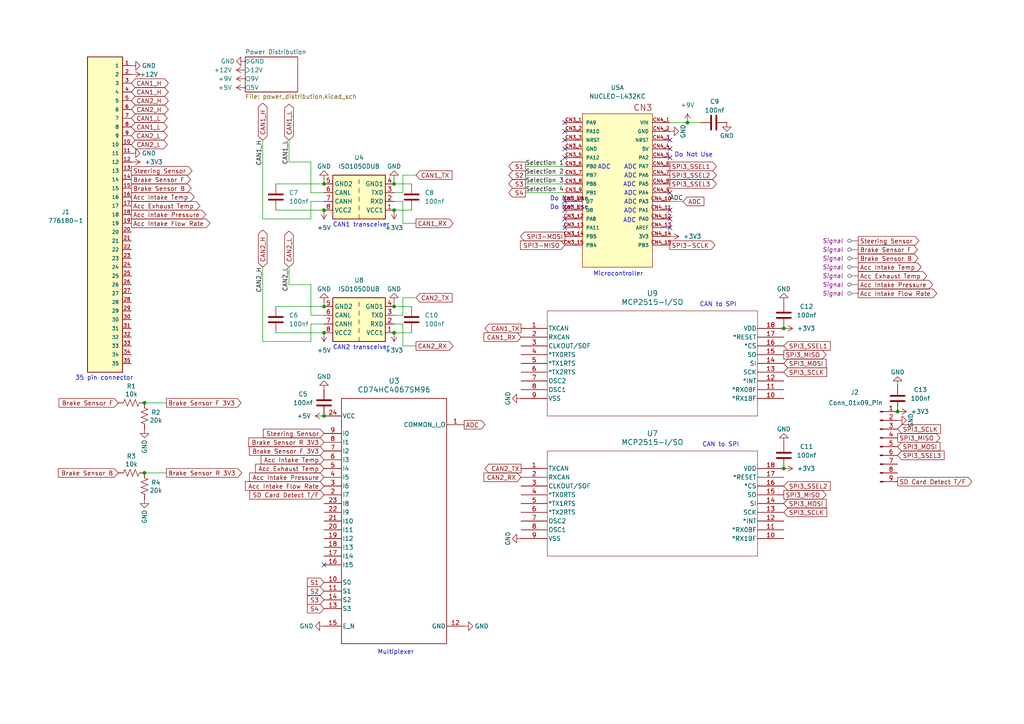
<source format=kicad_sch>
(kicad_sch (version 20231120) (generator "eeschema") (generator_version "8.0")
  (paper "A4")
  (title_block (title "Telemetry Board") (date "2024-10-24") (rev "1.0"))
  (lib_symbols
    (symbol "1FS_2_Global_Symbol_Library:776180-1" (pin_names (offset 1.016))
      (property "Reference" "J" (at -5.0846 43.9815 0))
      (property "Value" "776180-1" (at -5.3391 -50.5938 0))
      (symbol "776180-1_0_0"
        (rectangle (start -5.08 -48.26) (end 5.08 43.18) (stroke (width 0.254)) (fill (type background)))
        (pin passive line (at 7.62 40.64 180) (length 2.54) (name "1") (number "1"))
        (pin passive line (at 7.62 17.78 180) (length 2.54) (name "10") (number "10"))
        (pin passive line (at 7.62 15.24 180) (length 2.54) (name "11") (number "11"))
        (pin passive line (at 7.62 12.7 180) (length 2.54) (name "12") (number "12"))
        (pin passive line (at 7.62 10.16 180) (length 2.54) (name "13") (number "13"))
        (pin passive line (at 7.62 7.62 180) (length 2.54) (name "14") (number "14"))
        (pin passive line (at 7.62 5.08 180) (length 2.54) (name "15") (number "15"))
        (pin passive line (at 7.62 2.54 180) (length 2.54) (name "16") (number "16"))
        (pin passive line (at 7.62 0 180) (length 2.54) (name "17") (number "17"))
        (pin passive line (at 7.62 -2.54 180) (length 2.54) (name "18") (number "18"))
        (pin passive line (at 7.62 -5.08 180) (length 2.54) (name "19") (number "19"))
        (pin passive line (at 7.62 38.1 180) (length 2.54) (name "2") (number "2"))
        (pin passive line (at 7.62 -7.62 180) (length 2.54) (name "20") (number "20"))
        (pin passive line (at 7.62 -10.16 180) (length 2.54) (name "21") (number "21"))
        (pin passive line (at 7.62 -12.7 180) (length 2.54) (name "22") (number "22"))
        (pin passive line (at 7.62 -15.24 180) (length 2.54) (name "23") (number "23"))
        (pin passive line (at 7.62 -17.78 180) (length 2.54) (name "24") (number "24"))
        (pin passive line (at 7.62 -20.32 180) (length 2.54) (name "25") (number "25"))
        (pin passive line (at 7.62 -22.86 180) (length 2.54) (name "26") (number "26"))
        (pin passive line (at 7.62 -25.4 180) (length 2.54) (name "27") (number "27"))
        (pin passive line (at 7.62 -27.94 180) (length 2.54) (name "28") (number "28"))
        (pin passive line (at 7.62 -30.48 180) (length 2.54) (name "29") (number "29"))
        (pin passive line (at 7.62 35.56 180) (length 2.54) (name "3") (number "3"))
        (pin passive line (at 7.62 -33.02 180) (length 2.54) (name "30") (number "30"))
        (pin passive line (at 7.62 -35.56 180) (length 2.54) (name "31") (number "31"))
        (pin passive line (at 7.62 -38.1 180) (length 2.54) (name "32") (number "32"))
        (pin passive line (at 7.62 -40.64 180) (length 2.54) (name "33") (number "33"))
        (pin passive line (at 7.62 -43.18 180) (length 2.54) (name "34") (number "34"))
        (pin passive line (at 7.62 -45.72 180) (length 2.54) (name "35") (number "35"))
        (pin passive line (at 7.62 33.02 180) (length 2.54) (name "4") (number "4"))
        (pin passive line (at 7.62 30.48 180) (length 2.54) (name "5") (number "5"))
        (pin passive line (at 7.62 27.94 180) (length 2.54) (name "6") (number "6"))
        (pin passive line (at 7.62 25.4 180) (length 2.54) (name "7") (number "7"))
        (pin passive line (at 7.62 22.86 180) (length 2.54) (name "8") (number "8"))
        (pin passive line (at 7.62 20.32 180) (length 2.54) (name "9") (number "9"))
      )
    )
    (symbol "1FS_2_Global_Symbol_Library:CD74HC4067SM96" (pin_names (offset 0.254))
      (property "Reference" "U" (at 0 2.54 0))
      (property "Value" "CD74HC4067SM96" (at 0 0 0))
      (symbol "CD74HC4067SM96_0_1"
        (polyline (pts (xy -15.24 -35.56) (xy 15.24 -35.56)) (stroke (width 0.2032)))
        (polyline (pts (xy -15.24 35.56) (xy -15.24 -35.56)) (stroke (width 0.2032)))
        (polyline (pts (xy 15.24 -35.56) (xy 15.24 35.56)) (stroke (width 0.2032)))
        (polyline (pts (xy 15.24 35.56) (xy -15.24 35.56)) (stroke (width 0.2032)))
        (pin bidirectional line (at 20.32 27.94 180) (length 5.08) (name "COMMON_I_O") (number "1"))
        (pin input line (at -20.32 -17.78 0) (length 5.08) (name "S0") (number "10"))
        (pin input line (at -20.32 -20.32 0) (length 5.08) (name "S1") (number "11"))
        (pin power_in line (at 20.32 -30.48 180) (length 5.08) (name "GND") (number "12"))
        (pin input line (at -20.32 -25.4 0) (length 5.08) (name "S3") (number "13"))
        (pin input line (at -20.32 -22.86 0) (length 5.08) (name "S2") (number "14"))
        (pin input line (at -20.32 -30.48 0) (length 5.08) (name "E_N") (number "15"))
        (pin input line (at -20.32 -12.7 0) (length 5.08) (name "I15") (number "16"))
        (pin input line (at -20.32 -10.16 0) (length 5.08) (name "I14") (number "17"))
        (pin input line (at -20.32 -7.62 0) (length 5.08) (name "I13") (number "18"))
        (pin input line (at -20.32 -5.08 0) (length 5.08) (name "I12") (number "19"))
        (pin input line (at -20.32 7.62 0) (length 5.08) (name "I7") (number "2"))
        (pin input line (at -20.32 -2.54 0) (length 5.08) (name "I11") (number "20"))
        (pin input line (at -20.32 0 0) (length 5.08) (name "I10") (number "21"))
        (pin input line (at -20.32 2.54 0) (length 5.08) (name "I9") (number "22"))
        (pin input line (at -20.32 5.08 0) (length 5.08) (name "I8") (number "23"))
        (pin power_in line (at -20.32 30.48 0) (length 5.08) (name "VCC") (number "24"))
        (pin input line (at -20.32 10.16 0) (length 5.08) (name "I6") (number "3"))
        (pin input line (at -20.32 12.7 0) (length 5.08) (name "I5") (number "4"))
        (pin input line (at -20.32 15.24 0) (length 5.08) (name "I4") (number "5"))
        (pin input line (at -20.32 17.78 0) (length 5.08) (name "I3") (number "6"))
        (pin input line (at -20.32 20.32 0) (length 5.08) (name "I2") (number "7"))
        (pin input line (at -20.32 22.86 0) (length 5.08) (name "I1") (number "8"))
        (pin input line (at -20.32 25.4 0) (length 5.08) (name "I0") (number "9"))
      )
    )
    (symbol "1_ACC_BOARD:NUCLEO-L432KC" (pin_names (offset 1.016))
      (property "Reference" "U" (at 10.16 21.082 0))
      (property "Value" "NUCLEO-L432KC" (at -7.62 -25.4 0))
      (symbol "NUCLEO-L432KC_1_0"
        (rectangle (start -10.16 17.78) (end 10.16 -26.67) (stroke (width 0.1524)) (fill (type background)))
        (text "CN3" (at 10.16 18.542 0) (effects (font (size 1.778 1.778)) (justify right bottom)))
        (pin bidirectional line (at -15.24 15.24 0) (length 5.08) (name "PA9") (number "CN3_1"))
        (pin bidirectional line (at -15.24 -12.7 0) (length 5.08) (name "PA8") (number "CN3_12"))
        (pin bidirectional line (at -15.24 -15.24 0) (length 5.08) (name "PA11") (number "CN3_13"))
        (pin bidirectional line (at -15.24 -17.78 0) (length 5.08) (name "PB5") (number "CN3_14"))
        (pin bidirectional line (at -15.24 -20.32 0) (length 5.08) (name "PB4") (number "CN3_15"))
        (pin bidirectional line (at -15.24 12.7 0) (length 5.08) (name "PA10") (number "CN3_2"))
        (pin bidirectional line (at -15.24 5.08 0) (length 5.08) (name "PA12") (number "CN3_5"))
        (pin bidirectional line (at -15.24 2.54 0) (length 5.08) (name "PB0") (number "CN3_6"))
        (pin bidirectional line (at -15.24 0 0) (length 5.08) (name "PB7") (number "CN3_7"))
        (pin bidirectional line (at -15.24 -2.54 0) (length 5.08) (name "PB6") (number "CN3_8"))
        (pin bidirectional line (at -15.24 -5.08 0) (length 5.08) (name "PB1") (number "CN3_9"))
      )
      (symbol "NUCLEO-L432KC_1_1"
        (pin bidirectional line (at -15.24 -7.62 0) (length 5.08) (name "D7") (number "CN3_10"))
        (pin bidirectional line (at -15.24 -10.16 0) (length 5.08) (name "D8") (number "CN3_11"))
        (pin bidirectional line (at -15.24 10.16 0) (length 5.08) (name "NRST") (number "CN3_3"))
        (pin power_in line (at -15.24 7.62 0) (length 5.08) (name "GND") (number "CN3_4"))
        (pin power_in line (at 15.24 15.24 180) (length 5.08) (name "VIN") (number "CN4_1"))
        (pin bidirectional line (at 15.24 -7.62 180) (length 5.08) (name "PA3") (number "CN4_10"))
        (pin bidirectional line (at 15.24 -10.16 180) (length 5.08) (name "PA1") (number "CN4_11"))
        (pin bidirectional line (at 15.24 -12.7 180) (length 5.08) (name "PA0") (number "CN4_12"))
        (pin bidirectional line (at 15.24 -15.24 180) (length 5.08) (name "AREF") (number "CN4_13"))
        (pin power_out line (at 15.24 -17.78 180) (length 5.08) (name "3V3") (number "CN4_14"))
        (pin bidirectional line (at 15.24 -20.32 180) (length 5.08) (name "PB3") (number "CN4_15"))
        (pin power_in line (at 15.24 12.7 180) (length 5.08) (name "GND") (number "CN4_2"))
        (pin bidirectional line (at 15.24 10.16 180) (length 5.08) (name "NRST") (number "CN4_3"))
        (pin power_out line (at 15.24 7.62 180) (length 5.08) (name "5V") (number "CN4_4"))
        (pin bidirectional line (at 15.24 5.08 180) (length 5.08) (name "PA2") (number "CN4_5"))
        (pin bidirectional line (at 15.24 2.54 180) (length 5.08) (name "PA7") (number "CN4_6"))
        (pin bidirectional line (at 15.24 0 180) (length 5.08) (name "PA6") (number "CN4_7"))
        (pin bidirectional line (at 15.24 -2.54 180) (length 5.08) (name "PA5") (number "CN4_8"))
        (pin bidirectional line (at 15.24 -5.08 180) (length 5.08) (name "PA4") (number "CN4_9"))
      )
      (symbol "NUCLEO-L432KC_2_0"
        (rectangle (start -10.16 -17.78) (end 10.16 17.78) (stroke (width 0.1524)) (fill (type background)))
        (text "CN4" (at -10.16 18.542 0) (effects (font (size 1.778 1.778)) (justify left bottom)))
        (pin input line (at -15.24 7.62 0) (length 5.08) (name "VIN") (number "CN4_1"))
        (pin bidirectional line (at -15.24 -10.16 0) (length 5.08) (name "PA3") (number "CN4_10"))
        (pin bidirectional line (at -15.24 -5.08 0) (length 5.08) (name "PA1") (number "CN4_11"))
        (pin bidirectional line (at -15.24 -2.54 0) (length 5.08) (name "PA0") (number "CN4_12"))
        (pin bidirectional line (at 15.24 7.62 180) (length 5.08) (name "AREF") (number "CN4_13"))
        (pin power_in line (at 15.24 12.7 180) (length 5.08) (name "+3V3") (number "CN4_14"))
        (pin bidirectional line (at 15.24 2.54 180) (length 5.08) (name "PB3") (number "CN4_15"))
        (pin power_in line (at 15.24 -15.24 180) (length 5.08) (name "GND_CN4") (number "CN4_2"))
        (pin bidirectional line (at -15.24 2.54 0) (length 5.08) (name "NRST_CN4") (number "CN4_3"))
        (pin power_in line (at 15.24 15.24 180) (length 5.08) (name "+5V") (number "CN4_4"))
        (pin bidirectional line (at -15.24 -7.62 0) (length 5.08) (name "PA2") (number "CN4_5"))
        (pin bidirectional line (at 15.24 -10.16 180) (length 5.08) (name "PA7") (number "CN4_6"))
        (pin bidirectional line (at 15.24 -7.62 180) (length 5.08) (name "PA6") (number "CN4_7"))
        (pin bidirectional line (at 15.24 -5.08 180) (length 5.08) (name "PA5") (number "CN4_8"))
        (pin bidirectional line (at 15.24 -2.54 180) (length 5.08) (name "PA4") (number "CN4_9"))
      )
      (symbol "NUCLEO-L432KC_2_1"
        (pin bidirectional line (at 17.78 6.35 180) (length 5.08) (name "PA2") (number "-UB"))
      )
    )
    (symbol "Connector:Conn_01x09_Pin" (pin_names (offset 1.016) hide)
      (property "Reference" "J" (at 0 12.7 0))
      (property "Value" "Conn_01x09_Pin" (at 0 -12.7 0))
      (symbol "Conn_01x09_Pin_1_1"
        (polyline (pts (xy 1.27 -10.16) (xy 0.8636 -10.16)) (stroke (width 0.1524)))
        (polyline (pts (xy 1.27 -7.62) (xy 0.8636 -7.62)) (stroke (width 0.1524)))
        (polyline (pts (xy 1.27 -5.08) (xy 0.8636 -5.08)) (stroke (width 0.1524)))
        (polyline (pts (xy 1.27 -2.54) (xy 0.8636 -2.54)) (stroke (width 0.1524)))
        (polyline (pts (xy 1.27 0) (xy 0.8636 0)) (stroke (width 0.1524)))
        (polyline (pts (xy 1.27 2.54) (xy 0.8636 2.54)) (stroke (width 0.1524)))
        (polyline (pts (xy 1.27 5.08) (xy 0.8636 5.08)) (stroke (width 0.1524)))
        (polyline (pts (xy 1.27 7.62) (xy 0.8636 7.62)) (stroke (width 0.1524)))
        (polyline (pts (xy 1.27 10.16) (xy 0.8636 10.16)) (stroke (width 0.1524)))
        (rectangle (start 0.8636 -10.033) (end 0 -10.287) (stroke (width 0.1524)) (fill (type outline)))
        (rectangle (start 0.8636 -7.493) (end 0 -7.747) (stroke (width 0.1524)) (fill (type outline)))
        (rectangle (start 0.8636 -4.953) (end 0 -5.207) (stroke (width 0.1524)) (fill (type outline)))
        (rectangle (start 0.8636 -2.413) (end 0 -2.667) (stroke (width 0.1524)) (fill (type outline)))
        (rectangle (start 0.8636 0.127) (end 0 -0.127) (stroke (width 0.1524)) (fill (type outline)))
        (rectangle (start 0.8636 2.667) (end 0 2.413) (stroke (width 0.1524)) (fill (type outline)))
        (rectangle (start 0.8636 5.207) (end 0 4.953) (stroke (width 0.1524)) (fill (type outline)))
        (rectangle (start 0.8636 7.747) (end 0 7.493) (stroke (width 0.1524)) (fill (type outline)))
        (rectangle (start 0.8636 10.287) (end 0 10.033) (stroke (width 0.1524)) (fill (type outline)))
        (pin passive line (at 5.08 10.16 180) (length 3.81) (name "Pin_1") (number "1"))
        (pin passive line (at 5.08 7.62 180) (length 3.81) (name "Pin_2") (number "2"))
        (pin passive line (at 5.08 5.08 180) (length 3.81) (name "Pin_3") (number "3"))
        (pin passive line (at 5.08 2.54 180) (length 3.81) (name "Pin_4") (number "4"))
        (pin passive line (at 5.08 0 180) (length 3.81) (name "Pin_5") (number "5"))
        (pin passive line (at 5.08 -2.54 180) (length 3.81) (name "Pin_6") (number "6"))
        (pin passive line (at 5.08 -5.08 180) (length 3.81) (name "Pin_7") (number "7"))
        (pin passive line (at 5.08 -7.62 180) (length 3.81) (name "Pin_8") (number "8"))
        (pin passive line (at 5.08 -10.16 180) (length 3.81) (name "Pin_9") (number "9"))
      )
    )
    (symbol "Device:C" (pin_numbers hide) (pin_names (offset 0.254))
      (property "Reference" "C" (at 0.635 2.54 0))
      (property "Value" "C" (at 0.635 -2.54 0))
      (symbol "C_0_1"
        (polyline (pts (xy -2.032 -0.762) (xy 2.032 -0.762)) (stroke (width 0.508)))
        (polyline (pts (xy -2.032 0.762) (xy 2.032 0.762)) (stroke (width 0.508)))
      )
      (symbol "C_1_1"
        (pin passive line (at 0 3.81 270) (length 2.794) (name "~") (number "1"))
        (pin passive line (at 0 -3.81 90) (length 2.794) (name "~") (number "2"))
      )
    )
    (symbol "Device:R_US" (pin_numbers hide) (pin_names (offset 0))
      (property "Reference" "R" (at 2.54 0 90))
      (property "Value" "R_US" (at -2.54 0 90))
      (symbol "R_US_0_1"
        (polyline (pts (xy 0 -2.286) (xy 0 -2.54)))
        (polyline (pts (xy 0 2.286) (xy 0 2.54)))
        (polyline (pts (xy 0 -0.762) (xy 1.016 -1.143) (xy 0 -1.524) (xy -1.016 -1.905) (xy 0 -2.286)))
        (polyline (pts (xy 0 0.762) (xy 1.016 0.381) (xy 0 0) (xy -1.016 -0.381) (xy 0 -0.762)))
        (polyline (pts (xy 0 2.286) (xy 1.016 1.905) (xy 0 1.524) (xy -1.016 1.143) (xy 0 0.762)))
      )
      (symbol "R_US_1_1"
        (pin passive line (at 0 3.81 270) (length 1.27) (name "~") (number "1"))
        (pin passive line (at 0 -3.81 90) (length 1.27) (name "~") (number "2"))
      )
    )
    (symbol "FS_3_Global_Symbol_Library:MCP2515-I_SO" (pin_names (offset 0.254))
      (property "Reference" "U" (at 38.1 10.16 0))
      (property "Value" "MCP2515-I/SO" (at 38.1 7.62 0))
      (symbol "MCP2515-I_SO_0_1"
        (polyline (pts (xy 7.62 -25.4) (xy 68.58 -25.4)) (stroke (width 0.127)))
        (polyline (pts (xy 7.62 5.08) (xy 7.62 -25.4)) (stroke (width 0.127)))
        (polyline (pts (xy 68.58 -25.4) (xy 68.58 5.08)) (stroke (width 0.127)))
        (polyline (pts (xy 68.58 5.08) (xy 7.62 5.08)) (stroke (width 0.127)))
        (pin unspecified line (at 0 0 0) (length 7.62) (name "TXCAN") (number "1"))
        (pin unspecified line (at 76.2 -20.32 180) (length 7.62) (name "*RX1BF") (number "10"))
        (pin unspecified line (at 76.2 -17.78 180) (length 7.62) (name "*RX0BF") (number "11"))
        (pin unspecified line (at 76.2 -15.24 180) (length 7.62) (name "*INT") (number "12"))
        (pin unspecified line (at 76.2 -12.7 180) (length 7.62) (name "SCK") (number "13"))
        (pin unspecified line (at 76.2 -10.16 180) (length 7.62) (name "SI") (number "14"))
        (pin unspecified line (at 76.2 -7.62 180) (length 7.62) (name "SO") (number "15"))
        (pin unspecified line (at 76.2 -5.08 180) (length 7.62) (name "*CS") (number "16"))
        (pin unspecified line (at 76.2 -2.54 180) (length 7.62) (name "*RESET") (number "17"))
        (pin unspecified line (at 76.2 0 180) (length 7.62) (name "VDD") (number "18"))
        (pin unspecified line (at 0 -2.54 0) (length 7.62) (name "RXCAN") (number "2"))
        (pin unspecified line (at 0 -5.08 0) (length 7.62) (name "CLKOUT/SOF") (number "3"))
        (pin unspecified line (at 0 -7.62 0) (length 7.62) (name "*TX0RTS") (number "4"))
        (pin unspecified line (at 0 -10.16 0) (length 7.62) (name "*TX1RTS") (number "5"))
        (pin unspecified line (at 0 -12.7 0) (length 7.62) (name "*TX2RTS") (number "6"))
        (pin unspecified line (at 0 -15.24 0) (length 7.62) (name "OSC2") (number "7"))
        (pin unspecified line (at 0 -17.78 0) (length 7.62) (name "OSC1") (number "8"))
        (pin unspecified line (at 0 -20.32 0) (length 7.62) (name "VSS") (number "9"))
      )
    )
    (symbol "Interface_CAN_LIN:ISO1050DUB"
      (property "Reference" "U" (at -6.35 6.35 0))
      (property "Value" "ISO1050DUB" (at 2.54 6.35 0))
      (symbol "ISO1050DUB_0_1"
        (rectangle (start -7.62 5.08) (end 7.62 -7.62) (stroke (width 0.254)) (fill (type background)))
        (polyline (pts (xy 0 -5.08) (xy 0 -6.35)))
        (polyline (pts (xy 0 -2.54) (xy 0 -3.81)))
        (polyline (pts (xy 0 0) (xy 0 -1.27)))
        (polyline (pts (xy 0 2.54) (xy 0 1.27)))
        (polyline (pts (xy 0 5.08) (xy 0 3.81)))
      )
      (symbol "ISO1050DUB_1_1"
        (pin power_in line (at -10.16 2.54 0) (length 2.54) (name "VCC1") (number "1"))
        (pin output line (at -10.16 0 0) (length 2.54) (name "RXD") (number "2"))
        (pin input line (at -10.16 -2.54 0) (length 2.54) (name "TXD") (number "3"))
        (pin power_in line (at -10.16 -5.08 0) (length 2.54) (name "GND1") (number "4"))
        (pin power_in line (at 10.16 -5.08 180) (length 2.54) (name "GND2") (number "5"))
        (pin bidirectional line (at 10.16 -2.54 180) (length 2.54) (name "CANL") (number "6"))
        (pin bidirectional line (at 10.16 0 180) (length 2.54) (name "CANH") (number "7"))
        (pin power_in line (at 10.16 2.54 180) (length 2.54) (name "VCC2") (number "8"))
      )
    )
    (symbol "power:+12V" (power) (pin_numbers hide) (pin_names (offset 0) hide)
      (property "Value" "+12V" (at 0 3.556 0))
      (symbol "+12V_0_1"
        (polyline (pts (xy -0.762 1.27) (xy 0 2.54)))
        (polyline (pts (xy 0 0) (xy 0 2.54)))
        (polyline (pts (xy 0 2.54) (xy 0.762 1.27)))
      )
      (symbol "+12V_1_1"
        (pin power_in line (at 0 0 90) (length 0) (name "~") (number "1"))
      )
    )
    (symbol "power:+3V3" (power) (pin_numbers hide) (pin_names (offset 0) hide)
      (property "Value" "+3V3" (at 0 3.556 0))
      (symbol "+3V3_0_1"
        (polyline (pts (xy -0.762 1.27) (xy 0 2.54)))
        (polyline (pts (xy 0 0) (xy 0 2.54)))
        (polyline (pts (xy 0 2.54) (xy 0.762 1.27)))
      )
      (symbol "+3V3_1_1"
        (pin power_in line (at 0 0 90) (length 0) (name "~") (number "1"))
      )
    )
    (symbol "power:+5V" (power) (pin_numbers hide) (pin_names (offset 0) hide)
      (property "Value" "+5V" (at 0 3.556 0))
      (symbol "+5V_0_1"
        (polyline (pts (xy -0.762 1.27) (xy 0 2.54)))
        (polyline (pts (xy 0 0) (xy 0 2.54)))
        (polyline (pts (xy 0 2.54) (xy 0.762 1.27)))
      )
      (symbol "+5V_1_1"
        (pin power_in line (at 0 0 90) (length 0) (name "~") (number "1"))
      )
    )
    (symbol "power:+9V" (power) (pin_numbers hide) (pin_names (offset 0) hide)
      (property "Value" "+9V" (at 0 3.556 0))
      (symbol "+9V_0_1"
        (polyline (pts (xy -0.762 1.27) (xy 0 2.54)))
        (polyline (pts (xy 0 0) (xy 0 2.54)))
        (polyline (pts (xy 0 2.54) (xy 0.762 1.27)))
      )
      (symbol "+9V_1_1"
        (pin power_in line (at 0 0 90) (length 0) (name "~") (number "1"))
      )
    )
    (symbol "power:GND" (power) (pin_numbers hide) (pin_names (offset 0) hide)
      (property "Value" "GND" (at 0 -3.81 0))
      (symbol "GND_0_1"
        (polyline (pts (xy 0 0) (xy 0 -1.27) (xy 1.27 -1.27) (xy 0 -2.54) (xy -1.27 -1.27) (xy 0 -1.27)))
      )
      (symbol "GND_1_1"
        (pin power_in line (at 0 0 270) (length 0) (name "~") (number "1"))
      )
    )
  )
  (junction (at 227.33 135.89))
  (junction (at 93.98 88.9))
  (junction (at 41.91 116.84))
  (junction (at 93.98 60.96))
  (junction (at 41.91 137.16))
  (junction (at 114.3 53.34))
  (junction (at 93.98 120.65))
  (junction (at 114.3 60.96))
  (junction (at 93.98 53.34))
  (junction (at 93.98 96.52))
  (junction (at 114.3 96.52))
  (junction (at 114.3 88.9))
  (junction (at 227.33 95.25))
  (junction (at 199.39 35.56))
  (junction (at 260.35 119.38))
  (no_connect (at 194.31 43.18))
  (no_connect (at 163.83 58.42))
  (no_connect (at 163.83 43.18))
  (no_connect (at 163.83 63.5))
  (no_connect (at 163.83 35.56))
  (no_connect (at 194.31 66.04))
  (no_connect (at 163.83 38.1))
  (no_connect (at 194.31 40.64))
  (no_connect (at 194.31 60.96))
  (no_connect (at 194.31 55.88))
  (no_connect (at 163.83 45.72))
  (no_connect (at 163.83 40.64))
  (no_connect (at 194.31 63.5))
  (no_connect (at 194.31 45.72))
  (no_connect (at 163.83 60.96))
  (no_connect (at 93.98 163.83))
  (no_connect (at 163.83 66.04))
  (wire (pts (xy 194.31 58.42) (xy 198.12 58.42)))
  (wire (pts (xy 114.3 53.34) (xy 119.38 53.34)))
  (wire (pts (xy 48.26 137.16) (xy 41.91 137.16)))
  (wire (pts (xy 116.84 50.8) (xy 120.65 50.8)))
  (wire (pts (xy 90.17 82.55) (xy 83.82 82.55)))
  (wire (pts (xy 90.17 46.99) (xy 83.82 46.99)))
  (wire (pts (xy 116.84 55.88) (xy 116.84 50.8)))
  (wire (pts (xy 114.3 52.07) (xy 114.3 53.34)))
  (wire (pts (xy 114.3 88.9) (xy 119.38 88.9)))
  (wire (pts (xy 90.17 91.44) (xy 93.98 91.44)))
  (wire (pts (xy 76.2 40.64) (xy 76.2 63.5)))
  (wire (pts (xy 90.17 93.98) (xy 93.98 93.98)))
  (wire (pts (xy 114.3 96.52) (xy 119.38 96.52)))
  (wire (pts (xy 152.4 48.26) (xy 163.83 48.26)))
  (wire (pts (xy 203.2 35.56) (xy 199.39 35.56)))
  (wire (pts (xy 152.4 50.8) (xy 163.83 50.8)))
  (wire (pts (xy 76.2 63.5) (xy 90.17 63.5)))
  (wire (pts (xy 90.17 99.06) (xy 90.17 93.98)))
  (wire (pts (xy 116.84 64.77) (xy 120.65 64.77)))
  (wire (pts (xy 93.98 52.07) (xy 93.98 53.34)))
  (wire (pts (xy 114.3 60.96) (xy 119.38 60.96)))
  (wire (pts (xy 90.17 58.42) (xy 93.98 58.42)))
  (wire (pts (xy 48.26 116.84) (xy 41.91 116.84)))
  (wire (pts (xy 80.01 96.52) (xy 93.98 96.52)))
  (wire (pts (xy 76.2 99.06) (xy 90.17 99.06)))
  (wire (pts (xy 80.01 60.96) (xy 93.98 60.96)))
  (wire (pts (xy 116.84 91.44) (xy 116.84 86.36)))
  (wire (pts (xy 116.84 100.33) (xy 120.65 100.33)))
  (wire (pts (xy 90.17 63.5) (xy 90.17 58.42)))
  (wire (pts (xy 114.3 91.44) (xy 116.84 91.44)))
  (wire (pts (xy 194.31 35.56) (xy 199.39 35.56)))
  (wire (pts (xy 114.3 55.88) (xy 116.84 55.88)))
  (wire (pts (xy 116.84 93.98) (xy 116.84 100.33)))
  (wire (pts (xy 90.17 55.88) (xy 93.98 55.88)))
  (wire (pts (xy 90.17 82.55) (xy 90.17 91.44)))
  (wire (pts (xy 83.82 77.47) (xy 83.82 82.55)))
  (wire (pts (xy 90.17 46.99) (xy 90.17 55.88)))
  (wire (pts (xy 152.4 55.88) (xy 163.83 55.88)))
  (wire (pts (xy 76.2 77.47) (xy 76.2 99.06)))
  (wire (pts (xy 93.98 87.63) (xy 93.98 88.9)))
  (wire (pts (xy 80.01 88.9) (xy 93.98 88.9)))
  (wire (pts (xy 80.01 53.34) (xy 93.98 53.34)))
  (wire (pts (xy 114.3 87.63) (xy 114.3 88.9)))
  (wire (pts (xy 114.3 93.98) (xy 116.84 93.98)))
  (wire (pts (xy 116.84 58.42) (xy 116.84 64.77)))
  (wire (pts (xy 114.3 58.42) (xy 116.84 58.42)))
  (wire (pts (xy 152.4 53.34) (xy 163.83 53.34)))
  (wire (pts (xy 83.82 40.64) (xy 83.82 46.99)))
  (wire (pts (xy 116.84 86.36) (xy 120.65 86.36)))
  (text "1 CAN bus -> 2 CAN Busses\nSPI Connected to 2 can controllers\nhttps://ww1.microchip.com/downloads/en/DeviceDoc/MCP2515-Stand-Alone-CAN-Controller-with-SPI-20001801J.pdf\nperipheral boards being replaced with CAN (Except power and ground)\nMake a list of sensors that need to be powered by PDB\nReach out to AUTO companies for flow sensor(s)\nUpdate connector to have power(and gnd), can x2, power to peripherals (and gnd), direct inputs.\nDirect inputs go to multiplexer." (at 149.352 -9.652 0) (effects (font (size 1.27 1.27))))
  (text "Multiplexer" (at 114.808 189.23 0) (effects (font (size 1.27 1.27))))
  (text "Do Not Use\n" (at 195.58 45.72 0) (effects (font (size 1.27 1.27)) (justify left bottom)))
  (text "35 pin connector" (at 30.226 109.728 0) (effects (font (size 1.27 1.27))))
  (text "CAN1 transceiver" (at 96.52 66.04 0) (effects (font (size 1.27 1.27)) (justify left bottom)))
  (text "ADC" (at 182.626 53.594 0) (effects (font (size 1.27 1.27))))
  (text "ADC" (at 182.88 51.054 0) (effects (font (size 1.27 1.27))))
  (text "CAN2 transceiver" (at 96.52 101.6 0) (effects (font (size 1.27 1.27)) (justify left bottom)))
  (text "ADC" (at 175.26 48.514 0) (effects (font (size 1.27 1.27))))
  (text "CAN to SPI" (at 208.28 88.392 0) (effects (font (size 1.27 1.27))))
  (text "ADC" (at 182.88 48.514 0) (effects (font (size 1.27 1.27))))
  (text "CAN to SPI" (at 209.042 129.032 0) (effects (font (size 1.27 1.27))))
  (text "Do Not Use\n" (at 159.512 60.96 0) (effects (font (size 1.27 1.27)) (justify left bottom)))
  (text "ADC" (at 182.88 56.134 0) (effects (font (size 1.27 1.27))))
  (text "ADC" (at 182.88 58.674 0) (effects (font (size 1.27 1.27))))
  (text "Do Not Use\n" (at 159.512 58.42 0) (effects (font (size 1.27 1.27)) (justify left bottom)))
  (text "ADC" (at 182.626 64.008 0) (effects (font (size 1.27 1.27))))
  (text "ADC" (at 182.8354 61.2393 0) (effects (font (size 1.27 1.27))))
  (text "Microcontroller" (at 179.324 79.502 0) (effects (font (size 1.27 1.27))))
  (label "CAN1_H" (at 76.2 40.64 270))
  (label "CAN2_H" (at 76.2 77.47 270))
  (label "Selection 4" (at 152.4 55.88 0))
  (label "Selection 2" (at 152.4 50.8 0))
  (label "CAN1_L" (at 83.82 40.64 270))
  (label "Selection 3" (at 152.4 53.34 0))
  (label "CAN2_L" (at 83.82 77.47 270))
  (label "ADC" (at 198.12 58.42 180))
  (label "Selection 1" (at 152.4 48.26 0))
  (global_label "CAN2_H" (shape bidirectional) (at 76.2 77.47 90) (property "Intersheetrefs" "${INTERSHEET_REFS}" (effects (hide yes))))
  (global_label "SPI3-SCLK" (shape output) (at 194.31 71.12 0) (property "Intersheetrefs" "${INTERSHEET_REFS}" (effects (hide yes))))
  (global_label "SPI3_SSEL1" (shape output) (at 194.31 48.26 0) (property "Intersheetrefs" "${INTERSHEET_REFS}" (effects (hide yes))))
  (global_label "CAN1_L" (shape bidirectional) (at 38.1 34.29 0) (property "Intersheetrefs" "${INTERSHEET_REFS}" (effects (hide yes))))
  (global_label "SPI3_MOSI" (shape input) (at 260.35 129.54 0) (property "Intersheetrefs" "${INTERSHEET_REFS}" (effects (hide yes))))
  (global_label "Acc Exhaust Temp" (shape input) (at 93.98 135.89 180) (property "Intersheetrefs" "${INTERSHEET_REFS}" (effects (hide yes))))
  (global_label "SPI3_SCLK" (shape input) (at 260.35 124.46 0) (property "Intersheetrefs" "${INTERSHEET_REFS}" (effects (hide yes))))
  (global_label "S4" (shape output) (at 152.4 55.88 180) (property "Intersheetrefs" "${INTERSHEET_REFS}" (effects (hide yes))))
  (global_label "Acc Intake Pressure" (shape output) (at 248.92 82.55 0) (property "Intersheetrefs" "${INTERSHEET_REFS}" (effects (hide yes))))
  (global_label "Acc Intake Temp" (shape output) (at 248.92 77.47 0) (property "Intersheetrefs" "${INTERSHEET_REFS}" (effects (hide yes))))
  (global_label "CAN1_RX" (shape output) (at 120.65 64.77 0) (property "Intersheetrefs" "${INTERSHEET_REFS}" (effects (hide yes))))
  (global_label "CAN2_TX" (shape output) (at 151.13 135.89 180) (property "Intersheetrefs" "${INTERSHEET_REFS}" (effects (hide yes))))
  (global_label "SPI3_SSEL3" (shape input) (at 260.35 132.08 0) (property "Intersheetrefs" "${INTERSHEET_REFS}" (effects (hide yes))))
  (global_label "SPI3-MISO" (shape input) (at 163.83 71.12 180) (property "Intersheetrefs" "${INTERSHEET_REFS}" (effects (hide yes))))
  (global_label "Acc Intake Flow Rate" (shape output) (at 248.92 85.09 0) (property "Intersheetrefs" "${INTERSHEET_REFS}" (effects (hide yes))))
  (global_label "SPI3_SCLK" (shape input) (at 227.33 148.59 0) (property "Intersheetrefs" "${INTERSHEET_REFS}" (effects (hide yes))))
  (global_label "CAN1_L" (shape bidirectional) (at 83.82 40.64 90) (property "Intersheetrefs" "${INTERSHEET_REFS}" (effects (hide yes))))
  (global_label "Brake Sensor F" (shape output) (at 38.1 52.07 0) (property "Intersheetrefs" "${INTERSHEET_REFS}" (effects (hide yes))))
  (global_label "SPI3_MISO" (shape output) (at 227.33 143.51 0) (property "Intersheetrefs" "${INTERSHEET_REFS}" (effects (hide yes))))
  (global_label "Acc Intake Temp" (shape input) (at 93.98 133.35 180) (property "Intersheetrefs" "${INTERSHEET_REFS}" (effects (hide yes))))
  (global_label "Acc Exhaust Temp" (shape output) (at 248.92 80.01 0) (property "Intersheetrefs" "${INTERSHEET_REFS}" (effects (hide yes))))
  (global_label "SPI3_SSEL3" (shape output) (at 194.31 53.34 0) (property "Intersheetrefs" "${INTERSHEET_REFS}" (effects (hide yes))))
  (global_label "CAN2_TX" (shape input) (at 120.65 86.36 0) (property "Intersheetrefs" "${INTERSHEET_REFS}" (effects (hide yes))))
  (global_label "CAN1_TX" (shape output) (at 151.13 95.25 180) (property "Intersheetrefs" "${INTERSHEET_REFS}" (effects (hide yes))))
  (global_label "Brake Sensor F 3V3" (shape output) (at 48.26 116.84 0) (property "Intersheetrefs" "${INTERSHEET_REFS}" (effects (hide yes))))
  (global_label "SPI3_SSEL2" (shape input) (at 227.33 140.97 0) (property "Intersheetrefs" "${INTERSHEET_REFS}" (effects (hide yes))))
  (global_label "CAN1_RX" (shape input) (at 151.13 97.79 180) (property "Intersheetrefs" "${INTERSHEET_REFS}" (effects (hide yes))))
  (global_label "Steering Sensor" (shape input) (at 93.98 125.73 180) (property "Intersheetrefs" "${INTERSHEET_REFS}" (effects (hide yes))))
  (global_label "Acc Intake Pressure" (shape input) (at 93.98 138.43 180) (property "Intersheetrefs" "${INTERSHEET_REFS}" (effects (hide yes))))
  (global_label "S2" (shape output) (at 152.4 50.8 180) (property "Intersheetrefs" "${INTERSHEET_REFS}" (effects (hide yes))))
  (global_label "CAN2_L" (shape bidirectional) (at 83.82 77.47 90) (property "Intersheetrefs" "${INTERSHEET_REFS}" (effects (hide yes))))
  (global_label "CAN1_TX" (shape input) (at 120.65 50.8 0) (property "Intersheetrefs" "${INTERSHEET_REFS}" (effects (hide yes))))
  (global_label "ADC" (shape input) (at 198.12 58.42 0) (property "Intersheetrefs" "${INTERSHEET_REFS}" (effects (hide yes))))
  (global_label "SPI3-MOSI" (shape output) (at 163.83 68.58 180) (property "Intersheetrefs" "${INTERSHEET_REFS}" (effects (hide yes))))
  (global_label "CAN2_RX" (shape output) (at 120.65 100.33 0) (property "Intersheetrefs" "${INTERSHEET_REFS}" (effects (hide yes))))
  (global_label "CAN2_H" (shape bidirectional) (at 38.1 29.21 0) (property "Intersheetrefs" "${INTERSHEET_REFS}" (effects (hide yes))))
  (global_label "Acc Intake Flow Rate" (shape input) (at 93.98 140.97 180) (property "Intersheetrefs" "${INTERSHEET_REFS}" (effects (hide yes))))
  (global_label "SPI3_MISO" (shape output) (at 227.33 102.87 0) (property "Intersheetrefs" "${INTERSHEET_REFS}" (effects (hide yes))))
  (global_label "S2" (shape input) (at 93.98 171.45 180) (property "Intersheetrefs" "${INTERSHEET_REFS}" (effects (hide yes))))
  (global_label "CAN1_H" (shape bidirectional) (at 38.1 26.67 0) (property "Intersheetrefs" "${INTERSHEET_REFS}" (effects (hide yes))))
  (global_label "ADC" (shape output) (at 134.62 123.19 0) (property "Intersheetrefs" "${INTERSHEET_REFS}" (effects (hide yes))))
  (global_label "SPI3_MOSI" (shape input) (at 227.33 105.41 0) (property "Intersheetrefs" "${INTERSHEET_REFS}" (effects (hide yes))))
  (global_label "S1" (shape input) (at 93.98 168.91 180) (property "Intersheetrefs" "${INTERSHEET_REFS}" (effects (hide yes))))
  (global_label "Brake Sensor B" (shape input) (at 34.29 137.16 180) (property "Intersheetrefs" "${INTERSHEET_REFS}" (effects (hide yes))))
  (global_label "Brake Sensor F" (shape output) (at 248.92 72.39 0) (property "Intersheetrefs" "${INTERSHEET_REFS}" (effects (hide yes))))
  (global_label "SPI3_SCLK" (shape input) (at 227.33 107.95 0) (property "Intersheetrefs" "${INTERSHEET_REFS}" (effects (hide yes))))
  (global_label "CAN2_H" (shape bidirectional) (at 38.1 31.75 0) (property "Intersheetrefs" "${INTERSHEET_REFS}" (effects (hide yes))))
  (global_label "Brake Sensor F" (shape input) (at 34.29 116.84 180) (property "Intersheetrefs" "${INTERSHEET_REFS}" (effects (hide yes))))
  (global_label "CAN2_RX" (shape input) (at 151.13 138.43 180) (property "Intersheetrefs" "${INTERSHEET_REFS}" (effects (hide yes))))
  (global_label "Steering Sensor" (shape output) (at 38.1 49.53 0) (property "Intersheetrefs" "${INTERSHEET_REFS}" (effects (hide yes))))
  (global_label "SD Card Detect T{slash}F" (shape input) (at 93.98 143.51 180) (property "Intersheetrefs" "${INTERSHEET_REFS}" (effects (hide yes))))
  (global_label "Brake Sensor R 3V3" (shape output) (at 48.26 137.16 0) (property "Intersheetrefs" "${INTERSHEET_REFS}" (effects (hide yes))))
  (global_label "SPI3_SSEL2" (shape output) (at 194.31 50.8 0) (property "Intersheetrefs" "${INTERSHEET_REFS}" (effects (hide yes))))
  (global_label "SPI3_SSEL1" (shape input) (at 227.33 100.33 0) (property "Intersheetrefs" "${INTERSHEET_REFS}" (effects (hide yes))))
  (global_label "CAN1_H" (shape bidirectional) (at 38.1 24.13 0) (property "Intersheetrefs" "${INTERSHEET_REFS}" (effects (hide yes))))
  (global_label "SD Card Detect T{slash}F" (shape output) (at 260.35 139.7 0) (property "Intersheetrefs" "${INTERSHEET_REFS}" (effects (hide yes))))
  (global_label "SPI3_MISO" (shape output) (at 260.35 127 0) (property "Intersheetrefs" "${INTERSHEET_REFS}" (effects (hide yes))))
  (global_label "S3" (shape output) (at 152.4 53.34 180) (property "Intersheetrefs" "${INTERSHEET_REFS}" (effects (hide yes))))
  (global_label "CAN2_L" (shape bidirectional) (at 38.1 39.37 0) (property "Intersheetrefs" "${INTERSHEET_REFS}" (effects (hide yes))))
  (global_label "SPI3_MOSI" (shape input) (at 227.33 146.05 0) (property "Intersheetrefs" "${INTERSHEET_REFS}" (effects (hide yes))))
  (global_label "Acc Exhaust Temp" (shape output) (at 38.1 59.69 0) (property "Intersheetrefs" "${INTERSHEET_REFS}" (effects (hide yes))))
  (global_label "Acc Intake Temp" (shape output) (at 38.1 57.15 0) (property "Intersheetrefs" "${INTERSHEET_REFS}" (effects (hide yes))))
  (global_label "Steering Sensor" (shape output) (at 248.92 69.85 0) (property "Intersheetrefs" "${INTERSHEET_REFS}" (effects (hide yes))))
  (global_label "CAN1_H" (shape bidirectional) (at 76.2 40.64 90) (property "Intersheetrefs" "${INTERSHEET_REFS}" (effects (hide yes))))
  (global_label "Brake Sensor B" (shape output) (at 248.92 74.93 0) (property "Intersheetrefs" "${INTERSHEET_REFS}" (effects (hide yes))))
  (global_label "Brake Sensor R 3V3" (shape input) (at 93.98 128.27 180) (property "Intersheetrefs" "${INTERSHEET_REFS}" (effects (hide yes))))
  (global_label "CAN1_L" (shape bidirectional) (at 38.1 36.83 0) (property "Intersheetrefs" "${INTERSHEET_REFS}" (effects (hide yes))))
  (global_label "S4" (shape input) (at 93.98 176.53 180) (property "Intersheetrefs" "${INTERSHEET_REFS}" (effects (hide yes))))
  (global_label "S1" (shape output) (at 152.4 48.26 180) (property "Intersheetrefs" "${INTERSHEET_REFS}" (effects (hide yes))))
  (global_label "Acc Intake Flow Rate" (shape output) (at 38.1 64.77 0) (property "Intersheetrefs" "${INTERSHEET_REFS}" (effects (hide yes))))
  (global_label "CAN2_L" (shape bidirectional) (at 38.1 41.91 0) (property "Intersheetrefs" "${INTERSHEET_REFS}" (effects (hide yes))))
  (global_label "Brake Sensor F 3V3" (shape input) (at 93.98 130.81 180) (property "Intersheetrefs" "${INTERSHEET_REFS}" (effects (hide yes))))
  (global_label "S3" (shape input) (at 93.98 173.99 180) (property "Intersheetrefs" "${INTERSHEET_REFS}" (effects (hide yes))))
  (global_label "Acc Intake Pressure" (shape output) (at 38.1 62.23 0) (property "Intersheetrefs" "${INTERSHEET_REFS}" (effects (hide yes))))
  (global_label "Brake Sensor B" (shape output) (at 38.1 54.61 0) (property "Intersheetrefs" "${INTERSHEET_REFS}" (effects (hide yes))))
  (netclass_flag "" (length 2.54) (shape round) (at 248.92 82.55 90) (property "Netclass" "Signal" (at 238.506 82.55 0) (effects (font (italic yes)) (justify left))))
  (netclass_flag "" (length 2.54) (shape round) (at 248.92 69.85 90) (property "Netclass" "Signal" (at 238.506 69.85 0) (effects (font (italic yes)) (justify left))))
  (netclass_flag "" (length 2.54) (shape round) (at 248.92 77.47 90) (property "Netclass" "Signal" (at 238.506 77.47 0) (effects (font (italic yes)) (justify left))))
  (netclass_flag "" (length 2.54) (shape round) (at 248.92 80.01 90) (property "Netclass" "Signal" (at 238.506 80.01 0) (effects (font (italic yes)) (justify left))))
  (netclass_flag "" (length 2.54) (shape round) (at 248.92 85.09 90) (property "Netclass" "Signal" (at 238.506 85.09 0) (effects (font (italic yes)) (justify left))))
  (netclass_flag "" (length 2.54) (shape round) (at 248.92 72.39 90) (property "Netclass" "Signal" (at 238.506 72.39 0) (effects (font (italic yes)) (justify left))))
  (netclass_flag "" (length 2.54) (shape round) (at 248.92 74.93 90) (property "Netclass" "Signal" (at 238.506 74.93 0) (effects (font (italic yes)) (justify left))))
  (symbol (lib_id "Device:C") (at 207.01 35.56 90) (unit 1)
    (property "Reference" "C9" (at 207.264 29.464 90))
    (property "Value" "100nf" (at 207.264 32.004 90))
    (property "Footprint" "Capacitor_SMD:C_0805_2012Metric_Pad1.18x1.45mm_HandSolder" (effects (hide yes)))
  )
  (symbol (lib_id "power:GND") (at 93.98 113.03 180) (unit 1)
    (property "Reference" "#PWR032" (effects (hide yes)))
    (property "Value" "GND" (at 93.98 109.22 0))
  )
  (symbol (lib_id "power:GND") (at 114.3 52.07 180) (unit 1)
    (property "Reference" "#PWR038" (effects (hide yes)))
    (property "Value" "GND" (at 114.3 48.26 0))
  )
  (symbol (lib_id "Device:C") (at 227.33 132.08 180) (unit 1)
    (property "Reference" "C11" (at 233.934 129.54 0))
    (property "Value" "100nf" (at 233.934 132.08 0))
    (property "Footprint" "Capacitor_SMD:C_0805_2012Metric_Pad1.18x1.45mm_HandSolder" (effects (hide yes)))
  )
  (symbol (lib_id "Device:R_US") (at 41.91 120.65 180) (unit 1)
    (property "Reference" "R2" (at 45.212 119.634 0))
    (property "Value" "20k" (at 45.212 121.92 0))
    (property "Footprint" "Resistor_SMD:R_0805_2012Metric_Pad1.20x1.40mm_HandSolder" (effects (hide yes)))
  )
  (symbol (lib_id "power:+3V3") (at 38.1 46.99 270) (unit 1)
    (property "Reference" "#PWR014" (effects (hide yes)))
    (property "Value" "+3V3" (at 41.91 46.9899 90) (effects (justify left)))
    (property "Description" "Power symbol creates a global label with name \"+3V3\"" (effects (hide yes)))
  )
  (symbol (lib_id "1_ACC_BOARD:NUCLEO-L432KC") (at 179.07 50.8 0) (unit 1)
    (property "Reference" "U5" (at 179.07 25.4 0))
    (property "Value" "NUCLEO-L432KC" (at 179.07 27.94 0))
    (property "Footprint" "FS_3_Global_Footprint_Library:NUCLEO-L432KC" (effects (hide yes)))
    (property "PARTREV" "N/A" (effects (hide yes)))
    (property "STANDARD" "Manufacturer Recommendations" (effects (hide yes)))
    (property "MAXIMUM_PACKAGE_HEIGHT" "N/A" (effects (hide yes)))
    (property "MANUFACTURER" "ST Microelectronics" (effects (hide yes)))
  )
  (symbol (lib_id "power:+12V") (at 71.12 20.32 90) (unit 1)
    (property "Reference" "#PWR021" (effects (hide yes)))
    (property "Value" "+12V" (at 67.31 20.3199 90) (effects (justify left)))
    (property "Description" "Power symbol creates a global label with name \"+12V\"" (effects (hide yes)))
  )
  (symbol (lib_id "power:+3V3") (at 194.31 68.58 270) (unit 1)
    (property "Reference" "#PWR01" (effects (hide yes)))
    (property "Value" "+3V3" (at 198.12 68.5799 90) (effects (justify left)))
    (property "Description" "Power symbol creates a global label with name \"+3V3\"" (effects (hide yes)))
  )
  (symbol (lib_id "Interface_CAN_LIN:ISO1050DUB") (at 104.14 93.98 180) (unit 1)
    (property "Reference" "U8" (at 104.14 81.28 0))
    (property "Value" "ISO1050DUB" (at 104.14 83.82 0))
    (property "Footprint" "Package_SO:SOP-8_6.62x9.15mm_P2.54mm" (effects (hide yes)))
    (property "Datasheet" "http://www.ti.com/lit/ds/symlink/iso1050.pdf" (effects (hide yes)))
  )
  (symbol (lib_id "power:+3V3") (at 114.3 60.96 180) (unit 1)
    (property "Reference" "#PWR015" (effects (hide yes)))
    (property "Value" "+3V3" (at 114.3 66.04 0))
    (property "Description" "Power symbol creates a global label with name \"+3V3\"" (effects (hide yes)))
  )
  (symbol (lib_id "power:GND") (at 194.31 38.1 90) (unit 1)
    (property "Reference" "#PWR040" (effects (hide yes)))
    (property "Value" "GND" (at 198.12 38.1 0))
  )
  (symbol (lib_id "power:GND") (at 260.35 121.92 90) (unit 1)
    (property "Reference" "#PWR045" (effects (hide yes)))
    (property "Value" "GND" (at 264.16 121.92 0))
  )
  (symbol (lib_id "Connector:Conn_01x09_Pin") (at 255.27 129.54 0) (unit 1)
    (property "Reference" "J2" (at 247.904 113.792 0))
    (property "Value" "Conn_01x09_Pin" (at 248.158 116.84 0))
    (property "Footprint" "Connector_PinHeader_2.54mm:PinHeader_1x09_P2.54mm_Vertical" (effects (hide yes)))
    (property "Description" "Generic connector, single row, 01x09, script generated" (effects (hide yes)))
  )
  (symbol (lib_id "power:+5V") (at 93.98 120.65 90) (mirror x) (unit 1)
    (property "Reference" "#PWR020" (effects (hide yes)))
    (property "Value" "+5V" (at 90.17 120.6499 90) (effects (justify left)))
    (property "Description" "Power symbol creates a global label with name \"+5V\"" (effects (hide yes)))
  )
  (symbol (lib_id "power:+12V") (at 38.1 21.59 270) (unit 1)
    (property "Reference" "#PWR02" (effects (hide yes)))
    (property "Value" "+12V" (at 43.18 21.59 90))
    (property "Description" "Power symbol creates a global label with name \"+12V\"" (effects (hide yes)))
  )
  (symbol (lib_id "power:GND") (at 210.82 35.56 0) (unit 1)
    (property "Reference" "#PWR042" (effects (hide yes)))
    (property "Value" "GND" (at 210.82 39.37 0))
  )
  (symbol (lib_id "power:GND") (at 38.1 19.05 90) (unit 1)
    (property "Reference" "#PWR05" (effects (hide yes)))
    (property "Value" "GND" (at 43.18 19.05 90))
    (property "Description" "Power symbol creates a global label with name \"GND\" , ground" (effects (hide yes)))
  )
  (symbol (lib_id "power:GND") (at 38.1 44.45 90) (unit 1)
    (property "Reference" "#PWR035" (effects (hide yes)))
    (property "Value" "GND" (at 43.18 44.45 90))
    (property "Description" "Power symbol creates a global label with name \"GND\" , ground" (effects (hide yes)))
  )
  (symbol (lib_id "Device:R_US") (at 41.91 140.97 180) (unit 1)
    (property "Reference" "R4" (at 45.212 139.954 0))
    (property "Value" "20k" (at 45.212 142.24 0))
    (property "Footprint" "Resistor_SMD:R_0805_2012Metric_Pad1.20x1.40mm_HandSolder" (effects (hide yes)))
  )
  (symbol (lib_id "power:GND") (at 227.33 87.63 180) (unit 1)
    (property "Reference" "#PWR039" (effects (hide yes)))
    (property "Value" "GND" (at 227.33 83.82 0))
  )
  (symbol (lib_id "1FS_2_Global_Symbol_Library:CD74HC4067SM96") (at 114.3 151.13 0) (unit 1)
    (property "Reference" "U3" (at 114.3 110.49 0) (effects (font (size 1.524 1.524))))
    (property "Value" "CD74HC4067SM96" (at 114.3 113.03 0) (effects (font (size 1.524 1.524))))
    (property "Footprint" "Package_SO:SSOP-24_5.3x8.2mm_P0.65mm" (effects (hide yes)))
    (property "Datasheet" "https://www.ti.com/lit/ds/symlink/cd74hc4067.pdf?HQS=dis-dk-null-digikeymode-dsf-pf-null-wwe&ts=1724866090865&ref_url=https%253A%252F%252Fwww.ti.com%252Fgeneral%252Fdocs%252Fsuppproductinfo.tsp%253FdistId%253D10%2526gotoUrl%253Dhttps%253A%252F%252Fwww.ti.com%252Flit%252Fgpn%252Fcd74hc4067" (effects (hide yes)))
    (property "Description" "16 input multiplexer" (effects (hide yes)))
  )
  (symbol (lib_id "power:GND") (at 93.98 181.61 270) (unit 1)
    (property "Reference" "#PWR022" (effects (hide yes)))
    (property "Value" "GND" (at 88.9 181.61 90))
    (property "Description" "Power symbol creates a global label with name \"GND\" , ground" (effects (hide yes)))
  )
  (symbol (lib_id "power:+3V3") (at 114.3 96.52 180) (unit 1)
    (property "Reference" "#PWR023" (effects (hide yes)))
    (property "Value" "+3V3" (at 114.3 101.6 0))
    (property "Description" "Power symbol creates a global label with name \"+3V3\"" (effects (hide yes)))
  )
  (symbol (lib_id "power:+5V") (at 260.35 119.38 270) (unit 1)
    (property "Reference" "#PWR044" (effects (hide yes)))
    (property "Value" "+3V3" (at 264.16 119.3799 90) (effects (justify left)))
  )
  (symbol (lib_id "power:+5V") (at 227.33 135.89 270) (unit 1)
    (property "Reference" "#PWR026" (effects (hide yes)))
    (property "Value" "+3V3" (at 231.14 135.8899 90) (effects (justify left)))
  )
  (symbol (lib_id "power:+5V") (at 93.98 96.52 180) (unit 1)
    (property "Reference" "#PWR018" (effects (hide yes)))
    (property "Value" "+5V" (at 93.98 101.6 0))
  )
  (symbol (lib_id "Device:C") (at 80.01 92.71 0) (unit 1)
    (property "Reference" "C6" (at 83.82 91.4399 0) (effects (justify left)))
    (property "Value" "100nf" (at 83.82 93.9799 0) (effects (justify left)))
    (property "Footprint" "Capacitor_SMD:C_0805_2012Metric_Pad1.18x1.45mm_HandSolder" (effects (hide yes)))
  )
  (symbol (lib_id "1FS_2_Global_Symbol_Library:776180-1") (at 30.48 59.69 0) (unit 1)
    (property "Reference" "J1" (at 19.05 61.468 0))
    (property "Value" "776180-1" (at 19.05 64.008 0))
    (property "Footprint" "Connector_PinHeader_1.00mm:PinHeader_1x35_P1.00mm_Horizontal" (effects (hide yes)))
    (property "Description" "35 pin 90 degree AMPSEAL connector" (effects (hide yes)))
    (property "PARTREV" "H7" (effects (hide yes)))
    (property "STANDARD" "STANDARED RECOMENDATION" (effects (hide yes)))
    (property "MANUFACTURER" "TE CONNECTIVITY" (effects (hide yes)))
  )
  (symbol (lib_id "power:GND") (at 114.3 87.63 180) (unit 1)
    (property "Reference" "#PWR019" (effects (hide yes)))
    (property "Value" "GND" (at 114.3 83.82 0))
  )
  (symbol (lib_id "power:GND") (at 41.91 124.46 0) (unit 1)
    (property "Reference" "#PWR027" (effects (hide yes)))
    (property "Value" "GND" (at 41.91 129.54 90))
    (property "Description" "Power symbol creates a global label with name \"GND\" , ground" (effects (hide yes)))
  )
  (symbol (lib_id "power:GND") (at 260.35 111.76 180) (unit 1)
    (property "Reference" "#PWR043" (effects (hide yes)))
    (property "Value" "GND" (at 260.35 107.95 0))
  )
  (symbol (lib_id "power:+5V") (at 227.33 95.25 270) (unit 1)
    (property "Reference" "#PWR025" (effects (hide yes)))
    (property "Value" "+3V3" (at 231.14 95.2499 90) (effects (justify left)))
  )
  (symbol (lib_id "FS_3_Global_Symbol_Library:MCP2515-I_SO") (at 151.13 95.25 0) (unit 1)
    (property "Reference" "U9" (at 189.23 85.09 0) (effects (font (size 1.524 1.524))))
    (property "Value" "MCP2515-I/SO" (at 189.23 87.63 0) (effects (font (size 1.524 1.524))))
    (property "Footprint" "Package_SO:SOIC-18W_7.5x11.6mm_P1.27mm" (effects (hide yes)))
    (property "Datasheet" "MCP2515-I/SO" (effects (hide yes)))
    (property "Description" "Stand Alone CAN Controller with SPI" (effects (hide yes)))
  )
  (symbol (lib_id "Interface_CAN_LIN:ISO1050DUB") (at 104.14 58.42 180) (unit 1)
    (property "Reference" "U4" (at 104.14 45.72 0))
    (property "Value" "ISO1050DUB" (at 104.14 48.26 0))
    (property "Footprint" "Package_SO:SOP-8_6.62x9.15mm_P2.54mm" (effects (hide yes)))
    (property "Datasheet" "http://www.ti.com/lit/ds/symlink/iso1050.pdf" (effects (hide yes)))
  )
  (symbol (lib_id "power:+5V") (at 93.98 60.96 180) (unit 1)
    (property "Reference" "#PWR037" (effects (hide yes)))
    (property "Value" "+5V" (at 93.98 66.04 0))
  )
  (symbol (lib_id "power:GND") (at 71.12 17.78 270) (unit 1)
    (property "Reference" "#PWR033" (effects (hide yes)))
    (property "Value" "GND" (at 66.04 17.78 90))
    (property "Description" "Power symbol creates a global label with name \"GND\" , ground" (effects (hide yes)))
  )
  (symbol (lib_id "power:GND") (at 227.33 128.27 180) (unit 1)
    (property "Reference" "#PWR034" (effects (hide yes)))
    (property "Value" "GND" (at 227.33 124.46 0))
  )
  (symbol (lib_id "Device:C") (at 227.33 91.44 180) (unit 1)
    (property "Reference" "C12" (at 233.934 88.9 0))
    (property "Value" "100nf" (at 233.934 91.44 0))
    (property "Footprint" "Capacitor_SMD:C_0805_2012Metric_Pad1.18x1.45mm_HandSolder" (effects (hide yes)))
  )
  (symbol (lib_id "power:GND") (at 151.13 115.57 270) (unit 1)
    (property "Reference" "#PWR028" (effects (hide yes)))
    (property "Value" "GND" (at 147.32 115.57 0))
  )
  (symbol (lib_id "power:GND") (at 93.98 87.63 180) (unit 1)
    (property "Reference" "#PWR017" (effects (hide yes)))
    (property "Value" "GND" (at 93.98 83.82 0))
  )
  (symbol (lib_id "power:GND") (at 134.62 181.61 90) (unit 1)
    (property "Reference" "#PWR016" (effects (hide yes)))
    (property "Value" "GND" (at 139.7 181.61 90))
    (property "Description" "Power symbol creates a global label with name \"GND\" , ground" (effects (hide yes)))
  )
  (symbol (lib_id "Device:C") (at 119.38 92.71 0) (unit 1)
    (property "Reference" "C10" (at 123.19 91.4399 0) (effects (justify left)))
    (property "Value" "100nf" (at 123.19 93.9799 0) (effects (justify left)))
    (property "Footprint" "Capacitor_SMD:C_0805_2012Metric_Pad1.18x1.45mm_HandSolder" (effects (hide yes)))
  )
  (symbol (lib_id "Device:R_US") (at 38.1 137.16 90) (unit 1)
    (property "Reference" "R3" (at 38.1 132.334 90))
    (property "Value" "10k" (at 38.1 134.62 90))
    (property "Footprint" "Resistor_SMD:R_0805_2012Metric_Pad1.20x1.40mm_HandSolder" (effects (hide yes)))
  )
  (symbol (lib_id "power:GND") (at 93.98 52.07 180) (unit 1)
    (property "Reference" "#PWR036" (effects (hide yes)))
    (property "Value" "GND" (at 93.98 48.26 0))
  )
  (symbol (lib_id "Device:R_US") (at 38.1 116.84 90) (unit 1)
    (property "Reference" "R1" (at 38.1 112.014 90))
    (property "Value" "10k" (at 38.1 114.3 90))
    (property "Footprint" "Resistor_SMD:R_0805_2012Metric_Pad1.20x1.40mm_HandSolder" (effects (hide yes)))
  )
  (symbol (lib_id "Device:C") (at 119.38 57.15 0) (unit 1)
    (property "Reference" "C8" (at 123.19 55.8799 0) (effects (justify left)))
    (property "Value" "100nf" (at 123.19 58.4199 0) (effects (justify left)))
    (property "Footprint" "Capacitor_SMD:C_0805_2012Metric_Pad1.18x1.45mm_HandSolder" (effects (hide yes)))
  )
  (symbol (lib_id "FS_3_Global_Symbol_Library:MCP2515-I_SO") (at 151.13 135.89 0) (unit 1)
    (property "Reference" "U7" (at 189.23 125.73 0) (effects (font (size 1.524 1.524))))
    (property "Value" "MCP2515-I/SO" (at 189.23 128.27 0) (effects (font (size 1.524 1.524))))
    (property "Footprint" "Package_SO:SOIC-18W_7.5x11.6mm_P1.27mm" (effects (hide yes)))
    (property "Datasheet" "MCP2515-I/SO" (effects (hide yes)))
    (property "Description" "Stand Alone CAN Controller with SPI" (effects (hide yes)))
  )
  (symbol (lib_id "power:+9V") (at 199.39 35.56 0) (unit 1)
    (property "Reference" "#PWR041" (effects (hide yes)))
    (property "Value" "+9V" (at 199.39 30.48 0))
  )
  (symbol (lib_id "Device:C") (at 80.01 57.15 0) (unit 1)
    (property "Reference" "C7" (at 83.82 55.8799 0) (effects (justify left)))
    (property "Value" "100nf" (at 83.82 58.4199 0) (effects (justify left)))
    (property "Footprint" "Capacitor_SMD:C_0805_2012Metric_Pad1.18x1.45mm_HandSolder" (effects (hide yes)))
  )
  (symbol (lib_id "power:GND") (at 151.13 156.21 270) (unit 1)
    (property "Reference" "#PWR029" (effects (hide yes)))
    (property "Value" "GND" (at 147.32 156.21 0))
  )
  (symbol (lib_id "Device:C") (at 93.98 116.84 180) (unit 1)
    (property "Reference" "C5" (at 87.884 114.3 0))
    (property "Value" "100nf" (at 87.884 116.84 0))
    (property "Footprint" "Capacitor_SMD:C_0805_2012Metric_Pad1.18x1.45mm_HandSolder" (effects (hide yes)))
  )
  (symbol (lib_id "Device:C") (at 260.35 115.57 180) (unit 1)
    (property "Reference" "C13" (at 266.954 113.03 0))
    (property "Value" "100nf" (at 266.954 115.57 0))
    (property "Footprint" "Capacitor_SMD:C_0805_2012Metric_Pad1.18x1.45mm_HandSolder" (effects (hide yes)))
  )
  (symbol (lib_id "power:+9V") (at 71.12 22.86 90) (unit 1)
    (property "Reference" "#PWR024" (effects (hide yes)))
    (property "Value" "+9V" (at 67.31 22.8599 90) (effects (justify left)))
    (property "Description" "Power symbol creates a global label with name \"+9V\"" (effects (hide yes)))
  )
  (symbol (lib_id "power:GND") (at 41.91 144.78 0) (unit 1)
    (property "Reference" "#PWR030" (effects (hide yes)))
    (property "Value" "GND" (at 41.91 149.86 90))
    (property "Description" "Power symbol creates a global label with name \"GND\" , ground" (effects (hide yes)))
  )
  (symbol (lib_id "power:+5V") (at 71.12 25.4 90) (unit 1)
    (property "Reference" "#PWR031" (effects (hide yes)))
    (property "Value" "+5V" (at 67.31 25.4001 90) (effects (justify left)))
    (property "Description" "Power symbol creates a global label with name \"+5V\"" (effects (hide yes)))
  )
  (sheet (at 71.12 16.51) (size 15.24 10.16) (stroke (width 0.1524))
    (property "Sheetname" "Power Distribution" (at 71.12 15.7984 0) (effects (justify left bottom)))
    (property "Sheetfile" "power_distribution.kicad_sch" (at 71.12 27.2546 0) (effects (justify left top)))
    (pin "9V" output (at 71.12 22.86 180))
    (pin "GND" bidirectional (at 71.12 17.78 180))
    (pin "12V" input (at 71.12 20.32 180))
    (pin "5V" output (at 71.12 25.4 180))
  )
)
</source>
